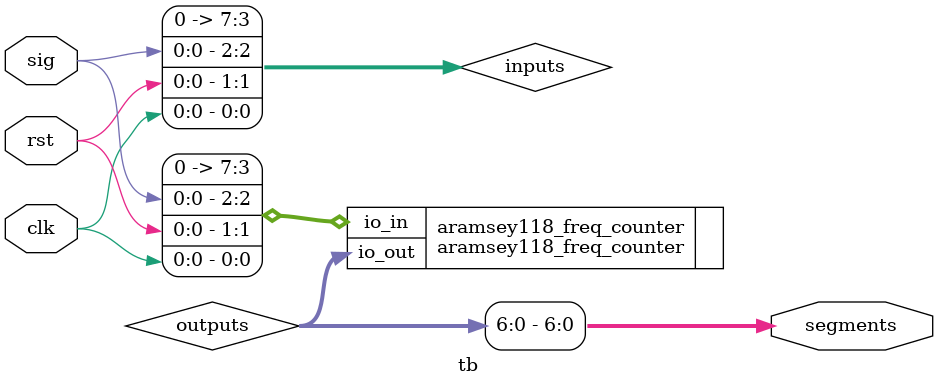
<source format=v>
`default_nettype none
`timescale 1ns/1ps

/*
this testbench just instantiates the module and makes some convenient wires
that can be driven / tested by the cocotb test.py
*/

module tb (
    // testbench is controlled by test.py
    input clk,
    input rst,
    input sig,
    output [6:0] segments
   );

    // this part dumps the trace to a vcd file that can be viewed with GTKWave
    initial begin
        $dumpfile ("tb.vcd");
        $dumpvars (0, tb);
        #1;
    end

    // wire up the inputs and outputs
    wire [7:0] inputs = {5'b0, sig, rst, clk};
    wire [7:0] outputs;
    assign segments = outputs[6:0];

    // instantiate the DUT
    aramsey118_freq_counter #() aramsey118_freq_counter(
        .io_in  (inputs),
        .io_out (outputs)
        );

endmodule

</source>
